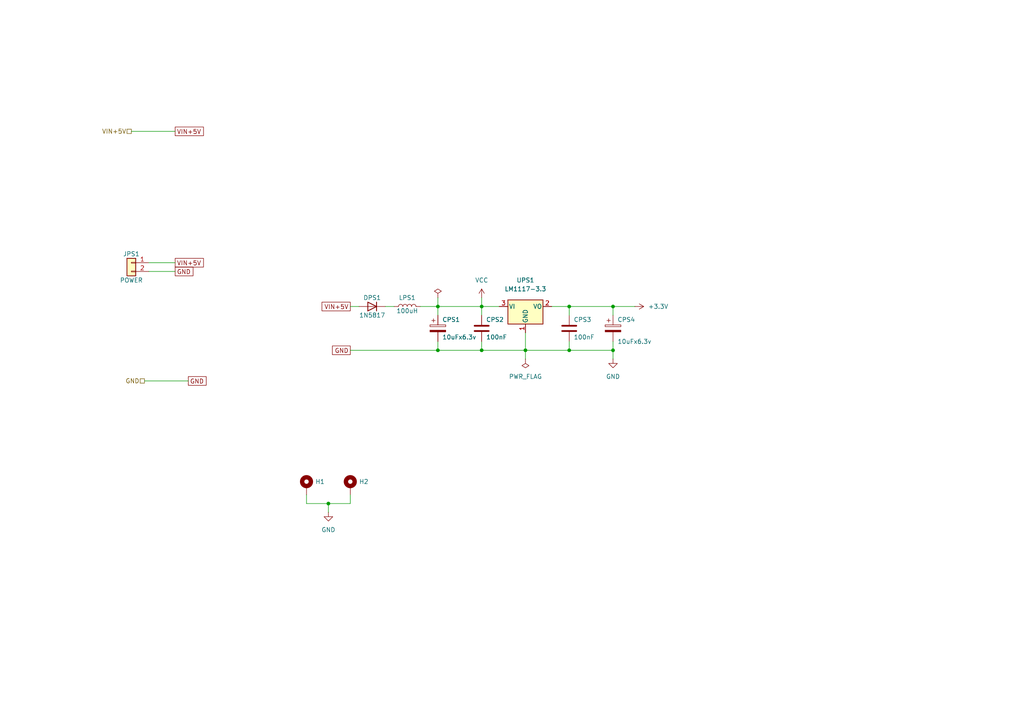
<source format=kicad_sch>
(kicad_sch (version 20231120) (generator "eeschema") (generator_version "8.0")
  (paper "A4")
  (title_block (title "USB_Keyboard for ZX-Spectrum") (date "17.11.2022") (rev "v0.01"))
  (lib_symbols
    (symbol "Connector_Generic:Conn_01x02" (pin_names (offset 1.016) hide)
      (property "Reference" "J" (at 0 2.54 0))
      (property "Value" "Conn_01x02" (at 0 -5.08 0))
      (symbol "Conn_01x02_1_1"
        (rectangle (start -1.27 -2.413) (end 0 -2.667) (stroke (width 0.1524)))
        (rectangle (start -1.27 0.127) (end 0 -0.127) (stroke (width 0.1524)))
        (rectangle (start -1.27 1.27) (end 1.27 -3.81) (stroke (width 0.254)) (fill (type background)))
        (pin passive line (at -5.08 0 0) (length 3.81) (name "Pin_1") (number "1"))
        (pin passive line (at -5.08 -2.54 0) (length 3.81) (name "Pin_2") (number "2"))
      )
    )
    (symbol "Device:C" (pin_numbers hide) (pin_names (offset 0.254))
      (property "Reference" "C" (at 0.635 2.54 0))
      (property "Value" "C" (at 0.635 -2.54 0))
      (symbol "C_0_1"
        (polyline (pts (xy -2.032 -0.762) (xy 2.032 -0.762)) (stroke (width 0.508)))
        (polyline (pts (xy -2.032 0.762) (xy 2.032 0.762)) (stroke (width 0.508)))
      )
      (symbol "C_1_1"
        (pin passive line (at 0 3.81 270) (length 2.794) (name "~") (number "1"))
        (pin passive line (at 0 -3.81 90) (length 2.794) (name "~") (number "2"))
      )
    )
    (symbol "Device:C_Polarized" (pin_numbers hide) (pin_names (offset 0.254))
      (property "Reference" "C" (at 0.635 2.54 0))
      (property "Value" "C_Polarized" (at 0.635 -2.54 0))
      (symbol "C_Polarized_0_1"
        (rectangle (start -2.286 0.508) (end 2.286 1.016))
        (polyline (pts (xy -1.778 2.286) (xy -0.762 2.286)))
        (polyline (pts (xy -1.27 2.794) (xy -1.27 1.778)))
        (rectangle (start 2.286 -0.508) (end -2.286 -1.016) (fill (type outline)))
      )
      (symbol "C_Polarized_1_1"
        (pin passive line (at 0 3.81 270) (length 2.794) (name "~") (number "1"))
        (pin passive line (at 0 -3.81 90) (length 2.794) (name "~") (number "2"))
      )
    )
    (symbol "Device:D" (pin_numbers hide) (pin_names (offset 1.016) hide)
      (property "Reference" "D" (at 0 2.54 0))
      (property "Value" "D" (at 0 -2.54 0))
      (symbol "D_0_1"
        (polyline (pts (xy -1.27 1.27) (xy -1.27 -1.27)) (stroke (width 0.254)))
        (polyline (pts (xy 1.27 0) (xy -1.27 0)))
        (polyline (pts (xy 1.27 1.27) (xy 1.27 -1.27) (xy -1.27 0) (xy 1.27 1.27)) (stroke (width 0.254)))
      )
      (symbol "D_1_1"
        (pin passive line (at -3.81 0 0) (length 2.54) (name "K") (number "1"))
        (pin passive line (at 3.81 0 180) (length 2.54) (name "A") (number "2"))
      )
    )
    (symbol "Device:L" (pin_numbers hide) (pin_names (offset 1.016) hide)
      (property "Reference" "L" (at -1.27 0 90))
      (property "Value" "L" (at 1.905 0 90))
      (symbol "L_0_1"
        (arc (start 0 -2.54) (mid 0.6323 -1.905) (end 0 -1.27))
        (arc (start 0 -1.27) (mid 0.6323 -0.635) (end 0 0))
        (arc (start 0 0) (mid 0.6323 0.635) (end 0 1.27))
        (arc (start 0 1.27) (mid 0.6323 1.905) (end 0 2.54))
      )
      (symbol "L_1_1"
        (pin passive line (at 0 3.81 270) (length 1.27) (name "1") (number "1"))
        (pin passive line (at 0 -3.81 90) (length 1.27) (name "2") (number "2"))
      )
    )
    (symbol "Mechanical:MountingHole_Pad" (pin_numbers hide) (pin_names (offset 1.016) hide)
      (property "Reference" "H" (at 0 6.35 0))
      (property "Value" "MountingHole_Pad" (at 0 4.445 0))
      (symbol "MountingHole_Pad_0_1"
        (circle (center 0 1.27) (radius 1.27) (stroke (width 1.27)))
      )
      (symbol "MountingHole_Pad_1_1"
        (pin input line (at 0 -2.54 90) (length 2.54) (name "1") (number "1"))
      )
    )
    (symbol "Regulator_Linear:LM1117-3.3" (pin_names (offset 0.254))
      (property "Reference" "U" (at -3.81 3.175 0))
      (property "Value" "LM1117-3.3" (at 0 3.175 0))
      (symbol "LM1117-3.3_0_1"
        (rectangle (start -5.08 -5.08) (end 5.08 1.905) (stroke (width 0.254)) (fill (type background)))
      )
      (symbol "LM1117-3.3_1_1"
        (pin power_in line (at 0 -7.62 90) (length 2.54) (name "GND") (number "1"))
        (pin power_out line (at 7.62 0 180) (length 2.54) (name "VO") (number "2"))
        (pin power_in line (at -7.62 0 0) (length 2.54) (name "VI") (number "3"))
      )
    )
    (symbol "power:+3.3V" (power) (pin_numbers hide) (pin_names (offset 0) hide)
      (property "Value" "+3.3V" (at 0 3.556 0))
      (symbol "+3.3V_0_1"
        (polyline (pts (xy -0.762 1.27) (xy 0 2.54)))
        (polyline (pts (xy 0 0) (xy 0 2.54)))
        (polyline (pts (xy 0 2.54) (xy 0.762 1.27)))
      )
      (symbol "+3.3V_1_1"
        (pin power_in line (at 0 0 90) (length 0) (name "~") (number "1"))
      )
    )
    (symbol "power:GND" (power) (pin_numbers hide) (pin_names (offset 0) hide)
      (property "Value" "GND" (at 0 -3.81 0))
      (symbol "GND_0_1"
        (polyline (pts (xy 0 0) (xy 0 -1.27) (xy 1.27 -1.27) (xy 0 -2.54) (xy -1.27 -1.27) (xy 0 -1.27)))
      )
      (symbol "GND_1_1"
        (pin power_in line (at 0 0 270) (length 0) (name "~") (number "1"))
      )
    )
    (symbol "power:PWR_FLAG" (power) (pin_numbers hide) (pin_names (offset 0) hide)
      (property "Value" "PWR_FLAG" (at 0 3.81 0))
      (symbol "PWR_FLAG_0_0"
        (pin power_out line (at 0 0 90) (length 0) (name "~") (number "1"))
      )
      (symbol "PWR_FLAG_0_1"
        (polyline (pts (xy 0 0) (xy 0 1.27) (xy -1.016 1.905) (xy 0 2.54) (xy 1.016 1.905) (xy 0 1.27)))
      )
    )
    (symbol "power:VCC" (power) (pin_numbers hide) (pin_names (offset 0) hide)
      (property "Value" "VCC" (at 0 3.556 0))
      (symbol "VCC_0_1"
        (polyline (pts (xy -0.762 1.27) (xy 0 2.54)))
        (polyline (pts (xy 0 0) (xy 0 2.54)))
        (polyline (pts (xy 0 2.54) (xy 0.762 1.27)))
      )
      (symbol "VCC_1_1"
        (pin power_in line (at 0 0 90) (length 0) (name "~") (number "1"))
      )
    )
  )
  (junction (at 139.7 101.6))
  (junction (at 95.25 146.05))
  (junction (at 152.4 101.6))
  (junction (at 127 88.9))
  (junction (at 177.8 101.6))
  (junction (at 165.1 101.6))
  (junction (at 127 101.6))
  (junction (at 165.1 88.9))
  (junction (at 139.7 88.9))
  (junction (at 177.8 88.9))
  (wire (pts (xy 177.8 88.9) (xy 184.15 88.9)))
  (wire (pts (xy 177.8 101.6) (xy 177.8 104.14)))
  (wire (pts (xy 177.8 101.6) (xy 177.8 99.06)))
  (wire (pts (xy 88.9 143.51) (xy 88.9 146.05)))
  (wire (pts (xy 165.1 99.06) (xy 165.1 101.6)))
  (wire (pts (xy 165.1 88.9) (xy 165.1 91.44)))
  (wire (pts (xy 111.76 88.9) (xy 114.3 88.9)))
  (wire (pts (xy 95.25 146.05) (xy 95.25 148.59)))
  (wire (pts (xy 41.91 110.49) (xy 54.61 110.49)))
  (wire (pts (xy 88.9 146.05) (xy 95.25 146.05)))
  (wire (pts (xy 101.6 143.51) (xy 101.6 146.05)))
  (wire (pts (xy 101.6 88.9) (xy 104.14 88.9)))
  (wire (pts (xy 101.6 101.6) (xy 127 101.6)))
  (wire (pts (xy 165.1 88.9) (xy 177.8 88.9)))
  (wire (pts (xy 127 86.36) (xy 127 88.9)))
  (wire (pts (xy 121.92 88.9) (xy 127 88.9)))
  (wire (pts (xy 38.1 38.1) (xy 50.8 38.1)))
  (wire (pts (xy 139.7 101.6) (xy 152.4 101.6)))
  (wire (pts (xy 43.18 76.2) (xy 50.8 76.2)))
  (wire (pts (xy 139.7 88.9) (xy 144.78 88.9)))
  (wire (pts (xy 43.18 78.74) (xy 50.8 78.74)))
  (wire (pts (xy 160.02 88.9) (xy 165.1 88.9)))
  (wire (pts (xy 127 88.9) (xy 127 91.44)))
  (wire (pts (xy 139.7 99.06) (xy 139.7 101.6)))
  (wire (pts (xy 127 101.6) (xy 139.7 101.6)))
  (wire (pts (xy 139.7 86.36) (xy 139.7 88.9)))
  (wire (pts (xy 152.4 96.52) (xy 152.4 101.6)))
  (wire (pts (xy 95.25 146.05) (xy 101.6 146.05)))
  (wire (pts (xy 127 99.06) (xy 127 101.6)))
  (wire (pts (xy 139.7 88.9) (xy 139.7 91.44)))
  (wire (pts (xy 177.8 88.9) (xy 177.8 91.44)))
  (wire (pts (xy 152.4 101.6) (xy 165.1 101.6)))
  (wire (pts (xy 165.1 101.6) (xy 177.8 101.6)))
  (wire (pts (xy 127 88.9) (xy 139.7 88.9)))
  (wire (pts (xy 152.4 101.6) (xy 152.4 104.14)))
  (global_label "GND" (shape passive) (at 54.61 110.49 0) (property "Intersheetrefs" "${INTERSHEET_REFS}" (effects (hide yes))))
  (global_label "GND" (shape passive) (at 50.8 78.74 0) (property "Intersheetrefs" "${INTERSHEET_REFS}" (effects (hide yes))))
  (global_label "VIN+5V" (shape passive) (at 101.6 88.9 180) (property "Intersheetrefs" "${INTERSHEET_REFS}" (effects (hide yes))))
  (global_label "VIN+5V" (shape passive) (at 50.8 76.2 0) (property "Intersheetrefs" "${INTERSHEET_REFS}" (effects (hide yes))))
  (global_label "GND" (shape passive) (at 101.6 101.6 180) (property "Intersheetrefs" "${INTERSHEET_REFS}" (effects (hide yes))))
  (global_label "VIN+5V" (shape passive) (at 50.8 38.1 0) (property "Intersheetrefs" "${INTERSHEET_REFS}" (effects (hide yes))))
  (hierarchical_label "VIN+5V" (shape passive) (at 38.1 38.1 180))
  (hierarchical_label "GND" (shape passive) (at 41.91 110.49 180))
  (symbol (lib_id "power:PWR_FLAG") (at 152.4 104.14 180) (unit 1)
    (property "Reference" "#FLG02" (effects (hide yes)))
    (property "Value" "PWR_FLAG" (at 152.4 109.22 0))
    (property "Description" "Special symbol for telling ERC where power comes from" (effects (hide yes)))
  )
  (symbol (lib_id "power:PWR_FLAG") (at 127 86.36 0) (unit 1)
    (property "Reference" "#FLG01" (effects (hide yes)))
    (property "Value" "PWR_FLAG" (effects (hide yes)))
    (property "Description" "Special symbol for telling ERC where power comes from" (effects (hide yes)))
  )
  (symbol (lib_id "Device:D") (at 107.95 88.9 180) (unit 1)
    (property "Reference" "DPS1" (at 107.95 86.36 0))
    (property "Value" "1N5817" (at 107.95 91.44 0))
    (property "Footprint" "Diode_SMD:D_SMA" (effects (hide yes)))
    (property "Description" "Diode" (effects (hide yes)))
    (property "Sim.Device" "D" (effects (hide yes)))
    (property "Sim.Pins" "1=K 2=A" (effects (hide yes)))
  )
  (symbol (lib_id "power:+3.3V") (at 184.15 88.9 270) (unit 1)
    (property "Reference" "#PWR032" (effects (hide yes)))
    (property "Value" "+3.3V" (at 187.96 88.8999 90) (effects (justify left)))
    (property "Description" "Power symbol creates a global label with name \"+3.3V\"" (effects (hide yes)))
  )
  (symbol (lib_id "Device:C_Polarized") (at 127 95.25 0) (unit 1)
    (property "Reference" "CPS1" (at 128.27 92.71 0) (effects (justify left)))
    (property "Value" "10uFx6.3v" (at 128.27 97.79 0) (effects (justify left)))
    (property "Footprint" "Capacitor_Tantalum_SMD:CP_EIA-3216-18_Kemet-A_Pad1.58x1.35mm_HandSolder" (effects (hide yes)))
    (property "Description" "Polarized capacitor" (effects (hide yes)))
  )
  (symbol (lib_id "Device:L") (at 118.11 88.9 90) (unit 1)
    (property "Reference" "LPS1" (at 118.11 86.36 90))
    (property "Value" "100uH" (at 118.11 90.17 90))
    (property "Footprint" "CD inductor:CD43" (effects (hide yes)))
    (property "Description" "Inductor" (effects (hide yes)))
  )
  (symbol (lib_id "Mechanical:MountingHole_Pad") (at 88.9 140.97 0) (unit 1)
    (property "Reference" "H1" (at 91.44 139.6999 0) (effects (justify left)))
    (property "Value" "MountingHole_Pad" (effects (hide yes)))
    (property "Footprint" "MountingHole:MountingHole_2.2mm_M2_Pad_Via" (effects (hide yes)))
    (property "Description" "Mounting Hole with connection" (effects (hide yes)))
  )
  (symbol (lib_id "Regulator_Linear:LM1117-3.3") (at 152.4 88.9 0) (unit 1)
    (property "Reference" "UPS1" (at 152.4 81.28 0))
    (property "Value" "LM1117-3.3" (at 152.4 83.82 0))
    (property "Footprint" "Package_TO_SOT_SMD:SOT-223-3_TabPin2" (effects (hide yes)))
    (property "Datasheet" "http://www.ti.com/lit/ds/symlink/lm1117.pdf" (effects (hide yes)))
  )
  (symbol (lib_id "Device:C_Polarized") (at 177.8 95.25 0) (unit 1)
    (property "Reference" "CPS4" (at 179.07 92.71 0) (effects (justify left)))
    (property "Value" "10uFx6.3v" (at 179.07 99.06 0) (effects (justify left)))
    (property "Footprint" "Capacitor_Tantalum_SMD:CP_EIA-3216-18_Kemet-A_Pad1.58x1.35mm_HandSolder" (effects (hide yes)))
    (property "Description" "Polarized capacitor" (effects (hide yes)))
  )
  (symbol (lib_id "Device:C") (at 165.1 95.25 0) (unit 1)
    (property "Reference" "CPS3" (at 166.37 92.71 0) (effects (justify left)))
    (property "Value" "100nF" (at 166.37 97.79 0) (effects (justify left)))
    (property "Footprint" "Capacitor_SMD:C_0805_2012Metric_Pad1.18x1.45mm_HandSolder" (effects (hide yes)))
    (property "Description" "Unpolarized capacitor" (effects (hide yes)))
  )
  (symbol (lib_id "Device:C") (at 139.7 95.25 0) (unit 1)
    (property "Reference" "CPS2" (at 140.97 92.71 0) (effects (justify left)))
    (property "Value" "100nF" (at 140.97 97.79 0) (effects (justify left)))
    (property "Footprint" "Capacitor_SMD:C_0805_2012Metric_Pad1.18x1.45mm_HandSolder" (effects (hide yes)))
    (property "Description" "Unpolarized capacitor" (effects (hide yes)))
  )
  (symbol (lib_id "power:GND") (at 95.25 148.59 0) (unit 1)
    (property "Reference" "#PWR029" (effects (hide yes)))
    (property "Value" "GND" (at 95.25 153.67 0))
    (property "Description" "Power symbol creates a global label with name \"GND\" , ground" (effects (hide yes)))
  )
  (symbol (lib_id "Connector_Generic:Conn_01x02") (at 38.1 76.2 0) (mirror y) (unit 1)
    (property "Reference" "JPS1" (at 38.1 73.66 0))
    (property "Value" "POWER" (at 38.1 81.28 0))
    (property "Footprint" "Connector_PinHeader_2.54mm:PinHeader_1x02_P2.54mm_Vertical" (effects (hide yes)))
    (property "Description" "Generic connector, single row, 01x02, script generated (kicad-library-utils/schlib/autogen/connector/)" (effects (hide yes)))
  )
  (symbol (lib_id "power:VCC") (at 139.7 86.36 0) (unit 1)
    (property "Reference" "#PWR030" (effects (hide yes)))
    (property "Value" "VCC" (at 139.7 81.28 0))
    (property "Description" "Power symbol creates a global label with name \"VCC\"" (effects (hide yes)))
  )
  (symbol (lib_id "Mechanical:MountingHole_Pad") (at 101.6 140.97 0) (unit 1)
    (property "Reference" "H2" (at 104.14 139.6999 0) (effects (justify left)))
    (property "Value" "MountingHole_Pad" (effects (hide yes)))
    (property "Footprint" "MountingHole:MountingHole_2.2mm_M2_Pad_Via" (effects (hide yes)))
    (property "Description" "Mounting Hole with connection" (effects (hide yes)))
  )
  (symbol (lib_id "power:GND") (at 177.8 104.14 0) (unit 1)
    (property "Reference" "#PWR031" (effects (hide yes)))
    (property "Value" "GND" (at 177.8 109.22 0))
    (property "Description" "Power symbol creates a global label with name \"GND\" , ground" (effects (hide yes)))
  )
)
</source>
